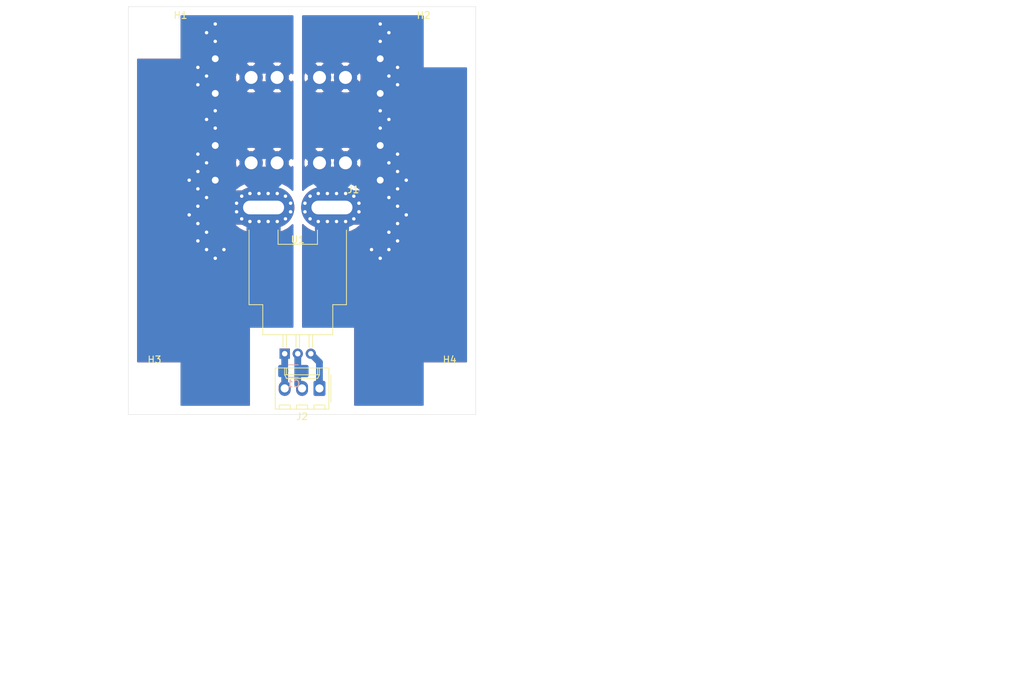
<source format=kicad_pcb>
(kicad_pcb (version 20221018) (generator pcbnew)
  (title_block (company "Ondřej Sluka"))
  (layers (0 "F.Cu" signal) (31 "B.Cu" signal) (34 "B.Paste" user) (35 "F.Paste" user) (36 "B.SilkS" user "B.Silkscreen") (37 "F.SilkS" user "F.Silkscreen") (38 "B.Mask" user) (39 "F.Mask" user) (44 "Edge.Cuts" user))
  (net 0 "")
  (net 1 "GND")
  (net 2 "+5V")
  (net 3 "Net-(J1-Pad2)")
  (net 4 "Net-(J1-Pad1)")
  (net 5 "Net-(J2-Pad1)")
  (footprint "ondra:DG270-10.0-02P-14-00A" (layer "F.Cu") (at 95.25 90.17 180)
    (fp_text reference "J1" (at -1.143 -3.937) (layer "F.SilkS"))
    (fp_text value "DG270-10.0-02P")
    (pad "1" thru_hole circle (at 0 0 180) (size 3.4 3.4) (drill 1.9) (layers "*.Cu" "*.Mask") (net 4 "Net-(J1-Pad1)"))
    (pad "1" thru_hole circle (at 0 12.5 180) (size 3.4 3.4) (drill 1.9) (layers "*.Cu" "*.Mask") (net 4 "Net-(J1-Pad1)"))
    (pad "1" thru_hole circle (at 3.8 0 180) (size 3.4 3.4) (drill 1.9) (layers "*.Cu" "*.Mask") (net 4 "Net-(J1-Pad1)"))
    (pad "1" thru_hole circle (at 3.8 12.5 180) (size 3.4 3.4) (drill 1.9) (layers "*.Cu" "*.Mask") (net 4 "Net-(J1-Pad1)"))
    (pad "2" thru_hole circle (at 10 0 180) (size 3.4 3.4) (drill 1.9) (layers "*.Cu" "*.Mask") (net 3 "Net-(J1-Pad2)"))
    (pad "2" thru_hole circle (at 10 12.5 180) (size 3.4 3.4) (drill 1.9) (layers "*.Cu" "*.Mask") (net 3 "Net-(J1-Pad2)"))
    (pad "2" thru_hole circle (at 13.8 0 180) (size 3.4 3.4) (drill 1.9) (layers "*.Cu" "*.Mask") (net 3 "Net-(J1-Pad2)"))
    (pad "2" thru_hole circle (at 13.8 12.5 180) (size 3.4 3.4) (drill 1.9) (layers "*.Cu" "*.Mask") (net 3 "Net-(J1-Pad2)"))
  )
  (footprint "Connector_Molex:Molex_KK-254_AE-6410-03A_1x03_P2.54mm_Vertical" (layer "F.Cu") (at 91.44 123.19 180)
    (fp_text reference "J2" (at 2.54 -4.12) (layer "F.SilkS"))
    (fp_text value "Conn_01x03")
    (fp_line (start -1.67 -2) (end -1.67 2) (stroke (width 0.12)) (layer "F.SilkS"))
    (fp_line (start -1.38 -3.03) (end -1.38 2.99) (stroke (width 0.12)) (layer "F.SilkS"))
    (fp_line (start -1.38 2.99) (end 6.46 2.99) (stroke (width 0.12)) (layer "F.SilkS"))
    (fp_line (start -0.8 -3.03) (end -0.8 -2.43) (stroke (width 0.12)) (layer "F.SilkS"))
    (fp_line (start -0.8 -2.43) (end 0.8 -2.43) (stroke (width 0.12)) (layer "F.SilkS"))
    (fp_line (start 0 1.99) (end 0.25 1.46) (stroke (width 0.12)) (layer "F.SilkS"))
    (fp_line (start 0 1.99) (end 5.08 1.99) (stroke (width 0.12)) (layer "F.SilkS"))
    (fp_line (start 0 2.99) (end 0 1.99) (stroke (width 0.12)) (layer "F.SilkS"))
    (fp_line (start 0.25 1.46) (end 4.83 1.46) (stroke (width 0.12)) (layer "F.SilkS"))
    (fp_line (start 0.25 2.99) (end 0.25 1.99) (stroke (width 0.12)) (layer "F.SilkS"))
    (fp_line (start 0.8 -2.43) (end 0.8 -3.03) (stroke (width 0.12)) (layer "F.SilkS"))
    (fp_line (start 1.74 -3.03) (end 1.74 -2.43) (stroke (width 0.12)) (layer "F.SilkS"))
    (fp_line (start 1.74 -2.43) (end 3.34 -2.43) (stroke (width 0.12)) (layer "F.SilkS"))
    (fp_line (start 3.34 -2.43) (end 3.34 -3.03) (stroke (width 0.12)) (layer "F.SilkS"))
    (fp_line (start 4.28 -3.03) (end 4.28 -2.43) (stroke (width 0.12)) (layer "F.SilkS"))
    (fp_line (start 4.28 -2.43) (end 5.88 -2.43) (stroke (width 0.12)) (layer "F.SilkS"))
    (fp_line (start 4.83 1.46) (end 5.08 1.99) (stroke (width 0.12)) (layer "F.SilkS"))
    (fp_line (start 4.83 2.99) (end 4.83 1.99) (stroke (width 0.12)) (layer "F.SilkS"))
    (fp_line (start 5.08 1.99) (end 5.08 2.99) (stroke (width 0.12)) (layer "F.SilkS"))
    (fp_line (start 5.88 -2.43) (end 5.88 -3.03) (stroke (width 0.12)) (layer "F.SilkS"))
    (fp_line (start 6.46 -3.03) (end -1.38 -3.03) (stroke (width 0.12)) (layer "F.SilkS"))
    (fp_line (start 6.46 2.99) (end 6.46 -3.03) (stroke (width 0.12)) (layer "F.SilkS"))
    (pad "1" thru_hole roundrect (at 0 0 180) (size 1.74 2.19) (drill 1.19) (layers "*.Cu" "*.Mask") (roundrect_rratio 0.1436775862) (net 5 "Net-(J2-Pad1)"))
    (pad "2" thru_hole oval (at 2.54 0 180) (size 1.74 2.19) (drill 1.19) (layers "*.Cu" "*.Mask") (net 1 "GND"))
    (pad "3" thru_hole oval (at 5.08 0 180) (size 1.74 2.19) (drill 1.19) (layers "*.Cu" "*.Mask") (net 2 "+5V"))
  )
  (footprint "Sensor_Current:Allegro_CB_PFF" (layer "F.Cu") (at 86.36 118.11)
    (fp_text reference "U1" (at 1.91 -16.7) (layer "F.SilkS"))
    (fp_text value "ACS770xCB-050U-PFF")
    (fp_line (start -5.21 -7.18) (end -5.21 -18.1) (stroke (width 0.12)) (layer "F.SilkS"))
    (fp_line (start -3.21 -7.18) (end -5.21 -7.18) (stroke (width 0.12)) (layer "F.SilkS"))
    (fp_line (start -3.21 -2.78) (end -3.21 -7.18) (stroke (width 0.12)) (layer "F.SilkS"))
    (fp_line (start -0.97 -16.02) (end -0.97 -18.1) (stroke (width 0.12)) (layer "F.SilkS"))
    (fp_line (start -0.97 -16.02) (end 4.79 -16.02) (stroke (width 0.12)) (layer "F.SilkS"))
    (fp_line (start -0.255 -2.78) (end -0.255 -0.9) (stroke (width 0.12)) (layer "F.SilkS"))
    (fp_line (start 0.255 -2.78) (end 0.255 -0.9) (stroke (width 0.12)) (layer "F.SilkS"))
    (fp_line (start 1.655 -2.78) (end 1.655 -0.9) (stroke (width 0.12)) (layer "F.SilkS"))
    (fp_line (start 2.165 -2.78) (end 2.165 -0.9) (stroke (width 0.12)) (layer "F.SilkS"))
    (fp_line (start 3.565 -2.78) (end 3.565 -0.9) (stroke (width 0.12)) (layer "F.SilkS"))
    (fp_line (start 4.075 -2.78) (end 4.075 -0.9) (stroke (width 0.12)) (layer "F.SilkS"))
    (fp_line (start 4.79 -16.02) (end 4.79 -18.1) (stroke (width 0.12)) (layer "F.SilkS"))
    (fp_line (start 7.03 -7.18) (end 9.03 -7.18) (stroke (width 0.12)) (layer "F.SilkS"))
    (fp_line (start 7.03 -2.78) (end -3.21 -2.78) (stroke (width 0.12)) (layer "F.SilkS"))
    (fp_line (start 7.03 -2.78) (end 7.03 -7.18) (stroke (width 0.12)) (layer "F.SilkS"))
    (fp_line (start 9.03 -7.18) (end 9.03 -18.1) (stroke (width 0.12)) (layer "F.SilkS"))
    (pad "1" thru_hole rect (at 0 0) (size 1.5 1.5) (drill 0.8) (layers "*.Cu" "*.Mask") (net 2 "+5V"))
    (pad "2" thru_hole circle (at 1.91 0) (size 1.5 1.5) (drill 0.8) (layers "*.Cu" "*.Mask") (net 1 "GND"))
    (pad "3" thru_hole circle (at 3.82 0) (size 1.5 1.5) (drill 0.8) (layers "*.Cu" "*.Mask") (net 5 "Net-(J2-Pad1)"))
    (pad "4" thru_hole oval (at 2.96 -22.03 65) (size 0.8 0.8) (drill 0.5) (layers "*.Cu" "*.Mask") (net 4 "Net-(J1-Pad1)"))
    (pad "4" thru_hole oval (at 2.96 -20.77 295) (size 0.8 0.8) (drill 0.5) (layers "*.Cu" "*.Mask") (net 4 "Net-(J1-Pad1)"))
    (pad "4" thru_hole circle (at 3.71 -23.06) (size 0.8 0.8) (drill 0.5) (layers "*.Cu" "*.Mask") (net 4 "Net-(J1-Pad1)"))
    (pad "4" thru_hole circle (at 3.71 -19.74) (size 0.8 0.8) (drill 0.5) (layers "*.Cu" "*.Mask") (net 4 "Net-(J1-Pad1)"))
    (pad "4" thru_hole circle (at 4.91 -23.45) (size 0.8 0.8) (drill 0.5) (layers "*.Cu" "*.Mask") (net 4 "Net-(J1-Pad1)"))
    (pad "4" thru_hole circle (at 4.91 -19.35) (size 0.8 0.8) (drill 0.5) (layers "*.Cu" "*.Mask") (net 4 "Net-(J1-Pad1)"))
    (pad "4" thru_hole circle (at 6.24 -23.45) (size 0.8 0.8) (drill 0.5) (layers "*.Cu" "*.Mask") (net 4 "Net-(J1-Pad1)"))
    (pad "4" thru_hole circle (at 6.24 -19.35) (size 0.8 0.8) (drill 0.5) (layers "*.Cu" "*.Mask") (net 4 "Net-(J1-Pad1)"))
    (pad "4" thru_hole oval (at 6.91 -21.4) (size 9 6) (drill oval 6 2) (layers "*.Cu" "*.Mask") (net 4 "Net-(J1-Pad1)"))
    (pad "4" thru_hole circle (at 7.58 -23.45) (size 0.8 0.8) (drill 0.5) (layers "*.Cu" "*.Mask") (net 4 "Net-(J1-Pad1)"))
    (pad "4" thru_hole circle (at 7.58 -19.35) (size 0.8 0.8) (drill 0.5) (layers "*.Cu" "*.Mask") (net 4 "Net-(J1-Pad1)"))
    (pad "4" thru_hole circle (at 8.91 -23.45) (size 0.8 0.8) (drill 0.5) (layers "*.Cu" "*.Mask") (net 4 "Net-(J1-Pad1)"))
    (pad "4" thru_hole circle (at 8.91 -19.35) (size 0.8 0.8) (drill 0.5) (layers "*.Cu" "*.Mask") (net 4 "Net-(J1-Pad1)"))
    (pad "4" thru_hole circle (at 10.11 -23.06) (size 0.8 0.8) (drill 0.5) (layers "*.Cu" "*.Mask") (net 4 "Net-(J1-Pad1)"))
    (pad "4" thru_hole circle (at 10.11 -19.74) (size 0.8 0.8) (drill 0.5) (layers "*.Cu" "*.Mask") (net 4 "Net-(J1-Pad1)"))
    (pad "4" thru_hole circle (at 10.86 -22.03) (size 0.8 0.8) (drill 0.5) (layers "*.Cu" "*.Mask") (net 4 "Net-(J1-Pad1)"))
    (pad "4" thru_hole circle (at 10.86 -20.77) (size 0.8 0.8) (drill 0.5) (layers "*.Cu" "*.Mask") (net 4 "Net-(J1-Pad1)"))
    (pad "5" thru_hole circle (at -7.04 -22.03) (size 0.8 0.8) (drill 0.5) (layers "*.Cu" "*.Mask") (net 3 "Net-(J1-Pad2)"))
    (pad "5" thru_hole circle (at -7.04 -20.77) (size 0.8 0.8) (drill 0.5) (layers "*.Cu" "*.Mask") (net 3 "Net-(J1-Pad2)"))
    (pad "5" thru_hole circle (at -6.29 -23.06) (size 0.8 0.8) (drill 0.5) (layers "*.Cu" "*.Mask") (net 3 "Net-(J1-Pad2)"))
    (pad "5" thru_hole circle (at -6.29 -19.74) (size 0.8 0.8) (drill 0.5) (layers "*.Cu" "*.Mask") (net 3 "Net-(J1-Pad2)"))
    (pad "5" thru_hole circle (at -5.09 -23.45) (size 0.8 0.8) (drill 0.5) (layers "*.Cu" "*.Mask") (net 3 "Net-(J1-Pad2)"))
    (pad "5" thru_hole circle (at -5.09 -19.35) (size 0.8 0.8) (drill 0.5) (layers "*.Cu" "*.Mask") (net 3 "Net-(J1-Pad2)"))
    (pad "5" thru_hole circle (at -3.76 -23.45) (size 0.8 0.8) (drill 0.5) (layers "*.Cu" "*.Mask") (net 3 "Net-(J1-Pad2)"))
    (pad "5" thru_hole circle (at -3.76 -19.35) (size 0.8 0.8) (drill 0.5) (layers "*.Cu" "*.Mask") (net 3 "Net-(J1-Pad2)"))
    (pad "5" thru_hole oval (at -3.09 -21.4) (size 9 6) (drill oval 6 2) (layers "*.Cu" "*.Mask") (net 3 "Net-(J1-Pad2)"))
    (pad "5" thru_hole circle (at -2.42 -23.45) (size 0.8 0.8) (drill 0.5) (layers "*.Cu" "*.Mask") (net 3 "Net-(J1-Pad2)"))
    (pad "5" thru_hole circle (at -2.42 -19.35) (size 0.8 0.8) (drill 0.5) (layers "*.Cu" "*.Mask") (net 3 "Net-(J1-Pad2)"))
    (pad "5" thru_hole circle (at -1.09 -23.45) (size 0.8 0.8) (drill 0.5) (layers "*.Cu" "*.Mask") (net 3 "Net-(J1-Pad2)"))
    (pad "5" thru_hole circle (at -1.09 -19.35) (size 0.8 0.8) (drill 0.5) (layers "*.Cu" "*.Mask") (net 3 "Net-(J1-Pad2)"))
    (pad "5" thru_hole circle (at 0.11 -23.06) (size 0.8 0.8) (drill 0.5) (layers "*.Cu" "*.Mask") (net 3 "Net-(J1-Pad2)"))
    (pad "5" thru_hole circle (at 0.11 -19.74) (size 0.8 0.8) (drill 0.5) (layers "*.Cu" "*.Mask") (net 3 "Net-(J1-Pad2)"))
    (pad "5" thru_hole oval (at 0.86 -22.03 295) (size 0.8 0.8) (drill 0.5) (layers "*.Cu" "*.Mask") (net 3 "Net-(J1-Pad2)"))
    (pad "5" thru_hole oval (at 0.86 -20.77 65) (size 0.8 0.8) (drill 0.5) (layers "*.Cu" "*.Mask") (net 3 "Net-(J1-Pad2)"))
  )
  (footprint "MountingHole:MountingHole_3.2mm_M3" (layer "F.Cu") (at 110.49 71.12)
    (fp_text reference "H2" (at -3.81 -2.54) (layer "F.SilkS"))
    (fp_text value "MountingHole")
    (pad "" np_thru_hole circle (at 0 0) (size 3.2 3.2) (drill 3.2) (layers "*.Cu" "*.Mask"))
  )
  (footprint "MountingHole:MountingHole_3.2mm_M3" (layer "F.Cu") (at 67.31 123.19)
    (fp_text reference "H3" (at 0 -4.2) (layer "F.SilkS"))
    (fp_text value "MountingHole")
    (pad "" np_thru_hole circle (at 0 0) (size 3.2 3.2) (drill 3.2) (layers "*.Cu" "*.Mask"))
  )
  (footprint "MountingHole:MountingHole_3.2mm_M3" (layer "F.Cu") (at 110.49 123.19)
    (fp_text reference "H4" (at 0 -4.2) (layer "F.SilkS"))
    (fp_text value "MountingHole")
    (pad "" np_thru_hole circle (at 0 0) (size 3.2 3.2) (drill 3.2) (layers "*.Cu" "*.Mask"))
  )
  (footprint "MountingHole:MountingHole_3.2mm_M3" (layer "F.Cu") (at 67.31 71.12)
    (fp_text reference "H1" (at 3.81 -2.54) (layer "F.SilkS"))
    (fp_text value "MountingHole")
    (pad "" np_thru_hole circle (at 0 0) (size 3.2 3.2) (drill 3.2) (layers "*.Cu" "*.Mask"))
  )
  (footprint "Capacitor_SMD:C_1206_3216Metric_Pad1.33x1.80mm_HandSolder" (layer "B.Cu") (at 87.63 120.65)
    (fp_text reference "C1" (at 0 1.85) (layer "B.SilkS") (effects (justify mirror)))
    (fp_text value "100n")
    (fp_line (start -0.711252 -0.91) (end 0.711252 -0.91) (stroke (width 0.12)) (layer "B.SilkS"))
    (fp_line (start -0.711252 0.91) (end 0.711252 0.91) (stroke (width 0.12)) (layer "B.SilkS"))
    (pad "1" smd roundrect (at -1.5625 0) (size 1.325 1.8) (layers "B.Cu" "B.Paste" "B.Mask") (roundrect_rratio 0.1886784906) (net 2 "+5V"))
    (pad "2" smd roundrect (at 1.5625 0) (size 1.325 1.8) (layers "B.Cu" "B.Paste" "B.Mask") (roundrect_rratio 0.1886784906) (net 1 "GND"))
  )
  (gr_line (start 63.5 67.31) (end 63.5 127) (stroke (width 0.05)) (layer "Edge.Cuts"))
  (gr_line (start 114.3 67.31) (end 63.5 67.31) (stroke (width 0.05)) (layer "Edge.Cuts"))
  (gr_line (start 114.3 127) (end 114.3 67.31) (stroke (width 0.05)) (layer "Edge.Cuts"))
  (gr_line (start 63.5 127) (end 114.3 127) (stroke (width 0.05)) (layer "Edge.Cuts"))
  (segment (start 89.1925 120.65) (end 88.9 120.65) (width 1) (layer "B.Cu") (net 1))
  (segment (start 88.9 123.19) (end 88.27 122.56) (width 1) (layer "B.Cu") (net 1))
  (segment (start 88.27 121.28) (end 88.27 118.11) (width 1) (layer "B.Cu") (net 1))
  (segment (start 88.9 120.65) (end 88.27 121.28) (width 1) (layer "B.Cu") (net 1))
  (segment (start 88.27 122.56) (end 88.27 121.28) (width 1) (layer "B.Cu") (net 1))
  (segment (start 86.0675 120.65) (end 86.36 120.65) (width 1) (layer "B.Cu") (net 2))
  (segment (start 86.36 123.19) (end 86.36 120.65) (width 1) (layer "B.Cu") (net 2))
  (segment (start 86.36 120.65) (end 86.36 118.11) (width 1) (layer "B.Cu") (net 2))
  (segment (start 83.27 96.71) (end 76.39 96.71) (width 5) (layer "F.Cu") (net 3))
  (via (at 74.93 71.12) (size 1) (drill 0.5) (layers "F.Cu" "B.Cu") (net 3))
  (via (at 73.66 101.6) (size 1) (drill 0.5) (layers "F.Cu" "B.Cu") (net 3))
  (via (at 74.93 83.82) (size 1) (drill 0.5) (layers "F.Cu" "B.Cu") (net 3))
  (via (at 76.2 87.63) (size 2) (drill 1) (layers "F.Cu" "B.Cu") (net 3))
  (via (at 73.66 93.98) (size 1) (drill 0.5) (layers "F.Cu" "B.Cu") (net 3))
  (via (at 72.39 92.71) (size 1) (drill 0.5) (layers "F.Cu" "B.Cu") (net 3))
  (via (at 76.2 85.09) (size 1) (drill 0.5) (layers "F.Cu" "B.Cu") (net 3))
  (via (at 74.93 95.25) (size 1) (drill 0.5) (layers "F.Cu" "B.Cu") (net 3))
  (via (at 74.93 100.33) (size 1) (drill 0.5) (layers "F.Cu" "B.Cu") (net 3))
  (via (at 73.66 88.9) (size 1) (drill 0.5) (layers "F.Cu" "B.Cu") (net 3))
  (via (at 76.2 72.39) (size 1) (drill 0.5) (layers "F.Cu" "B.Cu") (net 3))
  (via (at 72.39 97.79) (size 1) (drill 0.5) (layers "F.Cu" "B.Cu") (net 3))
  (via (at 76.2 92.71) (size 2) (drill 1) (layers "F.Cu" "B.Cu") (net 3))
  (via (at 74.93 90.17) (size 1) (drill 0.5) (layers "F.Cu" "B.Cu") (net 3))
  (via (at 73.66 96.52) (size 1) (drill 0.5) (layers "F.Cu" "B.Cu") (net 3))
  (via (at 73.66 99.06) (size 1) (drill 0.5) (layers "F.Cu" "B.Cu") (net 3))
  (via (at 73.66 91.44) (size 1) (drill 0.5) (layers "F.Cu" "B.Cu") (net 3))
  (via (at 74.93 102.87) (size 1) (drill 0.5) (layers "F.Cu" "B.Cu") (net 3))
  (via (at 76.2 69.85) (size 1) (drill 0.5) (layers "F.Cu" "B.Cu") (net 3))
  (via (at 76.2 80.01) (size 2) (drill 1) (layers "F.Cu" "B.Cu") (net 3))
  (via (at 73.66 76.2) (size 1) (drill 0.5) (layers "F.Cu" "B.Cu") (net 3))
  (via (at 76.2 74.93) (size 2) (drill 1) (layers "F.Cu" "B.Cu") (net 3))
  (via (at 74.93 77.47) (size 1) (drill 0.5) (layers "F.Cu" "B.Cu") (net 3))
  (via (at 76.2 104.14) (size 1) (drill 0.5) (layers "F.Cu" "B.Cu") (net 3))
  (via (at 73.66 78.74) (size 1) (drill 0.5) (layers "F.Cu" "B.Cu") (net 3))
  (via (at 76.2 82.55) (size 1) (drill 0.5) (layers "F.Cu" "B.Cu") (net 3))
  (via (at 77.47 102.87) (size 1) (drill 0.5) (layers "F.Cu" "B.Cu") (net 3))
  (segment (start 83.27 96.71) (end 83.27 93.26) (width 2) (layer "B.Cu") (net 3))
  (segment (start 83.27 96.71) (end 83.27 94.53) (width 2) (layer "B.Cu") (net 3))
  (segment (start 83.27 96.71) (end 83.27 101.05) (width 5) (layer "B.Cu") (net 3))
  (segment (start 83.27 96.71) (end 83.27 94.7) (width 2) (layer "B.Cu") (net 3))
  (segment (start 83.27 94.7) (end 81.28 92.71) (width 2) (layer "B.Cu") (net 3))
  (segment (start 83.27 96.71) (end 77.47 96.71) (width 5) (layer "B.Cu") (net 3))
  (segment (start 83.27 94.53) (end 85.09 92.71) (width 2) (layer "B.Cu") (net 3))
  (segment (start 93.27 96.71) (end 100.14 96.71) (width 5) (layer "F.Cu") (net 4))
  (via (at 102.87 101.6) (size 1) (drill 0.5) (layers "F.Cu" "B.Cu") (net 4))
  (via (at 101.6 102.87) (size 1) (drill 0.5) (layers "F.Cu" "B.Cu") (net 4))
  (via (at 100.33 80.01) (size 2) (drill 1) (layers "F.Cu" "B.Cu") (net 4))
  (via (at 102.87 99.06) (size 1) (drill 0.5) (layers "F.Cu" "B.Cu") (net 4))
  (via (at 100.33 92.71) (size 2) (drill 1) (layers "F.Cu" "B.Cu") (net 4))
  (via (at 104.14 92.71) (size 1) (drill 0.5) (layers "F.Cu" "B.Cu") (net 4))
  (via (at 99.06 102.87) (size 1) (drill 0.5) (layers "F.Cu" "B.Cu") (net 4))
  (via (at 101.6 83.82) (size 1) (drill 0.5) (layers "F.Cu" "B.Cu") (net 4))
  (via (at 101.6 77.47) (size 1) (drill 0.5) (layers "F.Cu" "B.Cu") (net 4))
  (via (at 100.33 104.14) (size 1) (drill 0.5) (layers "F.Cu" "B.Cu") (net 4))
  (via (at 102.87 91.44) (size 1) (drill 0.5) (layers "F.Cu" "B.Cu") (net 4))
  (via (at 100.33 85.09) (size 1) (drill 0.5) (layers "F.Cu" "B.Cu") (net 4))
  (via (at 102.87 93.98) (size 1) (drill 0.5) (layers "F.Cu" "B.Cu") (net 4))
  (via (at 100.33 82.55) (size 1) (drill 0.5) (layers "F.Cu" "B.Cu") (net 4))
  (via (at 100.33 87.63) (size 2) (drill 1) (layers "F.Cu" "B.Cu") (net 4))
  (via (at 101.6 100.33) (size 1) (drill 0.5) (layers "F.Cu" "B.Cu") (net 4))
  (via (at 101.6 95.25) (size 1) (drill 0.5) (layers "F.Cu" "B.Cu") (net 4))
  (via (at 101.6 71.12) (size 1) (drill 0.5) (layers "F.Cu" "B.Cu") (net 4))
  (via (at 101.6 90.17) (size 1) (drill 0.5) (layers "F.Cu" "B.Cu") (net 4))
  (via (at 104.14 97.79) (size 1) (drill 0.5) (layers "F.Cu" "B.Cu") (net 4))
  (via (at 102.87 78.74) (size 1) (drill 0.5) (layers "F.Cu" "B.Cu") (net 4))
  (via (at 102.87 96.52) (size 1) (drill 0.5) (layers "F.Cu" "B.Cu") (net 4))
  (via (at 100.33 72.39) (size 1) (drill 0.5) (layers "F.Cu" "B.Cu") (net 4))
  (via (at 100.33 74.93) (size 2) (drill 1) (layers "F.Cu" "B.Cu") (net 4))
  (via (at 102.87 88.9) (size 1) (drill 0.5) (layers "F.Cu" "B.Cu") (net 4))
  (via (at 100.33 69.85) (size 1) (drill 0.5) (layers "F.Cu" "B.Cu") (net 4))
  (via (at 102.87 76.2) (size 1) (drill 0.5) (layers "F.Cu" "B.Cu") (net 4))
  (segment (start 93.27 96.71) (end 93.27 94.54) (width 2) (layer "B.Cu") (net 4))
  (segment (start 93.27 94.54) (end 91.44 92.71) (width 2) (layer "B.Cu") (net 4))
  (segment (start 93.27 96.71) (end 93.27 93.42) (width 2) (layer "B.Cu") (net 4))
  (segment (start 93.27 94.69) (end 95.25 92.71) (width 2) (layer "B.Cu") (net 4))
  (segment (start 93.27 96.71) (end 93.27 94.69) (width 2) (layer "B.Cu") (net 4))
  (segment (start 93.27 96.71) (end 93.27 99.77) (width 5) (layer "B.Cu") (net 4))
  (segment (start 93.27 96.71) (end 97.79 96.71) (width 5) (layer "B.Cu") (net 4))
  (segment (start 91.44 119.37) (end 90.18 118.11) (width 1) (layer "B.Cu") (net 5))
  (segment (start 91.44 123.19) (end 91.44 119.37) (width 1) (layer "B.Cu") (net 5))
  (zone (net 3) (net_name "Net-(J1-Pad2)") (layer "F.Cu") (connect_pads (clearance 0.508)) (min_thickness 0.254) (fill yes (thermal_gap 0.508) (thermal_bridge_width 2))
    (polygon (pts (xy 87.63 114.3) (xy 81.28 114.3) (xy 81.28 125.73) (xy 71.12 125.73) (xy 71.12 119.38) (xy 64.77 119.38) (xy 64.77 74.93) (xy 71.12 74.93) (xy 71.12 68.58) (xy 87.63 68.58)))
  )
  (zone (net 4) (net_name "Net-(J1-Pad1)") (layer "F.Cu") (connect_pads (clearance 0.508)) (min_thickness 0.254) (fill yes (thermal_gap 0.508) (thermal_bridge_width 2))
    (polygon (pts (xy 106.68 76.2) (xy 113.03 76.2) (xy 113.03 119.38) (xy 106.68 119.38) (xy 106.68 125.73) (xy 96.52 125.73) (xy 96.52 114.3) (xy 88.9 114.3) (xy 88.9 68.58) (xy 106.68 68.58)))
  )
  (zone (net 4) (net_name "Net-(J1-Pad1)") (layer "B.Cu") (connect_pads (clearance 0.508)) (min_thickness 0.254) (fill yes (thermal_gap 0.508) (thermal_bridge_width 2))
    (polygon (pts (xy 106.68 76.2) (xy 113.03 76.2) (xy 113.03 119.38) (xy 106.68 119.38) (xy 106.68 125.73) (xy 96.52 125.73) (xy 96.52 114.3) (xy 88.9 114.3) (xy 88.9 68.58) (xy 106.68 68.58)))
  )
  (zone (net 3) (net_name "Net-(J1-Pad2)") (layer "B.Cu") (connect_pads (clearance 0.508)) (min_thickness 0.254) (fill yes (thermal_gap 0.508) (thermal_bridge_width 2))
    (polygon (pts (xy 87.63 114.3) (xy 81.28 114.3) (xy 81.28 125.73) (xy 71.12 125.73) (xy 71.12 119.38) (xy 64.77 119.38) (xy 64.77 74.93) (xy 71.12 74.93) (xy 71.12 68.58) (xy 87.63 68.58)))
  )
)
</source>
